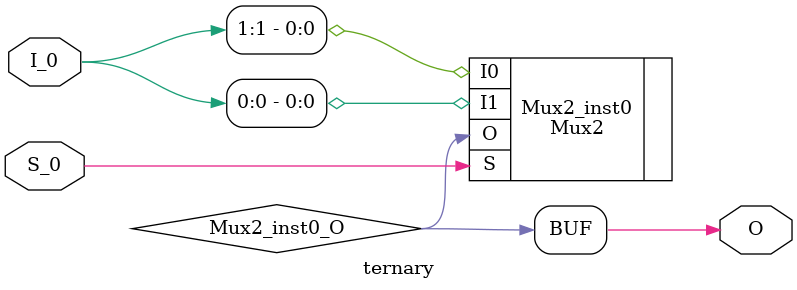
<source format=v>
module ternary (input [1:0] I_0, input  S_0, output  O);
wire  Mux2_inst0_O;
Mux2 Mux2_inst0 (.I0(I_0[1]), .I1(I_0[0]), .S(S_0), .O(Mux2_inst0_O));
assign O = Mux2_inst0_O;
endmodule


</source>
